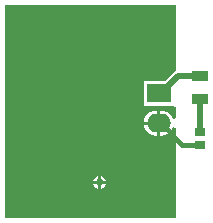
<source format=gbl>
G04*
G04 #@! TF.GenerationSoftware,Altium Limited,Altium Designer,24.5.2 (23)*
G04*
G04 Layer_Physical_Order=2*
G04 Layer_Color=16711680*
%FSLAX44Y44*%
%MOMM*%
G71*
G04*
G04 #@! TF.SameCoordinates,EC02D15A-6138-46D8-9CA9-48B3A346F35C*
G04*
G04*
G04 #@! TF.FilePolarity,Positive*
G04*
G01*
G75*
%ADD13R,0.9000X0.6600*%
%ADD14R,1.4500X0.9500*%
%ADD20C,0.5000*%
%ADD21O,2.0000X1.6000*%
%ADD22R,2.0000X1.6000*%
%ADD23C,0.6000*%
%ADD24C,0.3810*%
G36*
X155000Y134820D02*
X154634Y134748D01*
X152966Y133634D01*
X145273Y125940D01*
X127460D01*
Y104860D01*
X152540D01*
X155000Y103556D01*
Y93997D01*
X152000Y93400D01*
X151207Y95316D01*
X149517Y97517D01*
X147316Y99207D01*
X144752Y100269D01*
X142000Y100631D01*
X141270D01*
Y90000D01*
Y79369D01*
X142000D01*
X144752Y79731D01*
X147316Y80793D01*
X149517Y82483D01*
X151207Y84684D01*
X152000Y86600D01*
X155000Y86003D01*
Y10000D01*
X10000D01*
Y190000D01*
X155000D01*
Y134820D01*
D02*
G37*
%LPC*%
G36*
X138730Y100631D02*
X138000D01*
X135248Y100269D01*
X132684Y99207D01*
X130483Y97517D01*
X128793Y95316D01*
X127731Y92752D01*
X127536Y91270D01*
X138730D01*
Y100631D01*
D02*
G37*
G36*
Y88730D02*
X127536D01*
X127731Y87248D01*
X128793Y84684D01*
X130483Y82483D01*
X132684Y80793D01*
X135248Y79731D01*
X138000Y79369D01*
X138730D01*
Y88730D01*
D02*
G37*
G36*
X91270Y45470D02*
Y41270D01*
X95470D01*
X94697Y43138D01*
X93138Y44697D01*
X91270Y45470D01*
D02*
G37*
G36*
X88730D02*
X86862Y44697D01*
X85303Y43138D01*
X84530Y41270D01*
X88730D01*
Y45470D01*
D02*
G37*
G36*
X95470Y38730D02*
X91270D01*
Y34530D01*
X93138Y35303D01*
X94697Y36862D01*
X95470Y38730D01*
D02*
G37*
G36*
X88730D02*
X84530D01*
X85303Y36862D01*
X86862Y35303D01*
X88730Y34530D01*
Y38730D01*
D02*
G37*
%LPD*%
D13*
X175000Y71800D02*
D03*
Y82200D02*
D03*
D14*
Y129750D02*
D03*
Y110250D02*
D03*
D20*
Y82200D02*
Y110250D01*
X174750Y130000D02*
X175000Y129750D01*
X156600Y130000D02*
X174750D01*
X142000Y115400D02*
X156600Y130000D01*
X140000Y115400D02*
X142000D01*
D21*
X140000Y90000D02*
D03*
D22*
Y115400D02*
D03*
D23*
X90000Y40000D02*
D03*
D24*
X142000Y90000D02*
X160200Y71800D01*
X175000D01*
X140000Y90000D02*
X142000D01*
M02*

</source>
